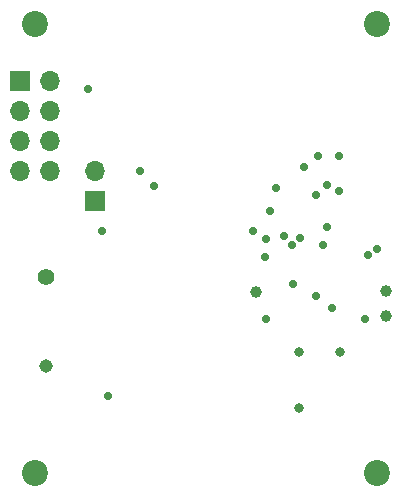
<source format=gbr>
%TF.GenerationSoftware,KiCad,Pcbnew,(5.1.5)-3*%
%TF.CreationDate,2021-08-29T15:34:29+01:00*%
%TF.ProjectId,HT07,48543037-2e6b-4696-9361-645f70636258,rev?*%
%TF.SameCoordinates,Original*%
%TF.FileFunction,Soldermask,Bot*%
%TF.FilePolarity,Negative*%
%FSLAX46Y46*%
G04 Gerber Fmt 4.6, Leading zero omitted, Abs format (unit mm)*
G04 Created by KiCad (PCBNEW (5.1.5)-3) date 2021-08-29 15:34:29*
%MOMM*%
%LPD*%
G04 APERTURE LIST*
%ADD10C,2.200000*%
%ADD11O,1.700000X1.700000*%
%ADD12R,1.700000X1.700000*%
%ADD13C,1.140000*%
%ADD14C,1.400000*%
%ADD15C,1.000000*%
%ADD16C,0.800000*%
%ADD17C,0.700000*%
G04 APERTURE END LIST*
D10*
X124750188Y-106216393D03*
X95750188Y-106216393D03*
X95750188Y-68216393D03*
X124750188Y-68216393D03*
D11*
X100901500Y-80645000D03*
D12*
X100901500Y-83185000D03*
D11*
X97028000Y-80645000D03*
X94488000Y-80645000D03*
X97028000Y-78105000D03*
X94488000Y-78105000D03*
X97028000Y-75565000D03*
X94488000Y-75565000D03*
X97028000Y-73025000D03*
D12*
X94488000Y-73025000D03*
D13*
X96758000Y-97122000D03*
D14*
X96758000Y-89602000D03*
D15*
X114503200Y-90855800D03*
X125488700Y-92887800D03*
X125526800Y-90779600D03*
D16*
X118176500Y-100725000D03*
X118163800Y-95968200D03*
X121630090Y-95968200D03*
D17*
X123952000Y-87757000D03*
X124714000Y-87249000D03*
X102006400Y-99669600D03*
X100266500Y-73723500D03*
X115316000Y-86423500D03*
X121539000Y-82359500D03*
X116200000Y-82100000D03*
X115658900Y-84010500D03*
X115341400Y-93192600D03*
X123698000Y-93167200D03*
X120169940Y-86934040D03*
X115250000Y-87884000D03*
X117551200Y-86888320D03*
X119608600Y-91186000D03*
X118214140Y-86268560D03*
X120954800Y-92227400D03*
X117602000Y-90233500D03*
X116878100Y-86121240D03*
X119710200Y-79375000D03*
X121539000Y-79375000D03*
X101498400Y-85725000D03*
X120523000Y-85344000D03*
X114274600Y-85725000D03*
X105841800Y-81915000D03*
X120523000Y-81788000D03*
X104711500Y-80645000D03*
X118541800Y-80264000D03*
X119557800Y-82626200D03*
M02*

</source>
